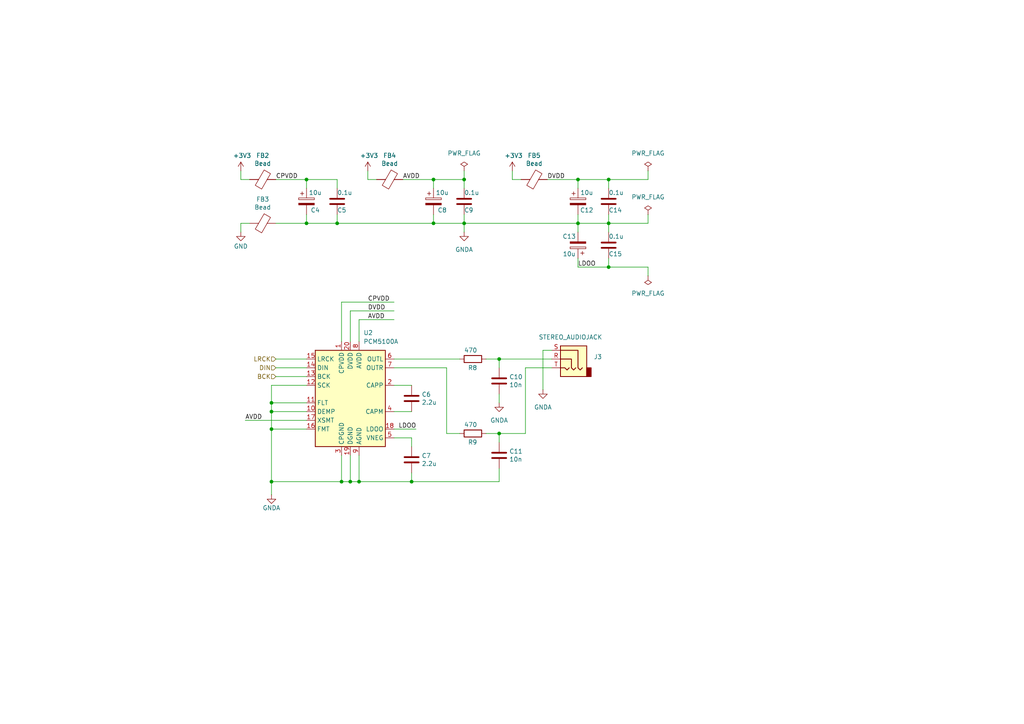
<source format=kicad_sch>
(kicad_sch (version 20250114) (generator "eeschema") (generator_version "9.0")
  (paper "A4")
  (lib_symbols
    (symbol "Audio:PCM5100A"
      (property "Reference" "U" (at -10.16 13.97 0))
      (property "Value" "PCM5100A" (at 3.81 13.97 0))
      (symbol "PCM5100A_0_1"
        (rectangle (start -10.16 12.7) (end 10.16 -15.24) (stroke (width 0.254)) (fill (type background)))
      )
      (symbol "PCM5100A_1_1"
        (pin input line (at -12.7 10.16 0) (length 2.54) (name "LRCK") (number "15"))
        (pin input line (at -12.7 7.62 0) (length 2.54) (name "DIN") (number "14"))
        (pin input line (at -12.7 5.08 0) (length 2.54) (name "BCK") (number "13"))
        (pin input line (at -12.7 2.54 0) (length 2.54) (name "SCK") (number "12"))
        (pin input line (at -12.7 -2.54 0) (length 2.54) (name "FLT") (number "11"))
        (pin input line (at -12.7 -5.08 0) (length 2.54) (name "DEMP") (number "10"))
        (pin input line (at -12.7 -7.62 0) (length 2.54) (name "XSMT") (number "17"))
        (pin input line (at -12.7 -10.16 0) (length 2.54) (name "FMT") (number "16"))
        (pin passive line (at -2.54 15.24 270) (length 2.54) (name "CPVDD") (number "1"))
        (pin power_in line (at -2.54 -17.78 90) (length 2.54) (name "CPGND") (number "3"))
        (pin power_in line (at 0 15.24 270) (length 2.54) (name "DVDD") (number "20"))
        (pin power_in line (at 0 -17.78 90) (length 2.54) (name "DGND") (number "19"))
        (pin power_in line (at 2.54 15.24 270) (length 2.54) (name "AVDD") (number "8"))
        (pin power_in line (at 2.54 -17.78 90) (length 2.54) (name "AGND") (number "9"))
        (pin output line (at 12.7 10.16 180) (length 2.54) (name "OUTL") (number "6"))
        (pin output line (at 12.7 7.62 180) (length 2.54) (name "OUTR") (number "7"))
        (pin passive line (at 12.7 2.54 180) (length 2.54) (name "CAPP") (number "2"))
        (pin passive line (at 12.7 -5.08 180) (length 2.54) (name "CAPM") (number "4"))
        (pin passive line (at 12.7 -10.16 180) (length 2.54) (name "LDOO") (number "18"))
        (pin passive line (at 12.7 -12.7 180) (length 2.54) (name "VNEG") (number "5"))
      )
    )
    (symbol "Connector_Audio:AudioJack3"
      (property "Reference" "J" (at 0 8.89 0))
      (property "Value" "AudioJack3" (at 0 6.35 0))
      (symbol "AudioJack3_0_1"
        (rectangle (start -5.08 -5.08) (end -6.35 -2.54) (stroke (width 0.254)) (fill (type outline)))
        (polyline (pts (xy -1.905 -2.54) (xy -1.27 -3.175) (xy -0.635 -2.54) (xy -0.635 0) (xy 2.54 0)) (stroke (width 0.254)))
        (polyline (pts (xy 0 -2.54) (xy 0.635 -3.175) (xy 1.27 -2.54) (xy 2.54 -2.54)) (stroke (width 0.254)))
        (rectangle (start 2.54 3.81) (end -5.08 -5.08) (stroke (width 0.254)) (fill (type background)))
        (polyline (pts (xy 2.54 2.54) (xy -2.54 2.54) (xy -2.54 -2.54) (xy -3.175 -3.175) (xy -3.81 -2.54)) (stroke (width 0.254)))
      )
      (symbol "AudioJack3_1_1"
        (pin passive line (at 5.08 2.54 180) (length 2.54) (name "~") (number "S"))
        (pin passive line (at 5.08 0 180) (length 2.54) (name "~") (number "R"))
        (pin passive line (at 5.08 -2.54 180) (length 2.54) (name "~") (number "T"))
      )
    )
    (symbol "Device:C" (pin_numbers (hide yes)) (pin_names (offset 0.254))
      (property "Reference" "C" (at 0.635 2.54 0))
      (property "Value" "C" (at 0.635 -2.54 0))
      (symbol "C_0_1"
        (polyline (pts (xy -2.032 0.762) (xy 2.032 0.762)) (stroke (width 0.508)))
        (polyline (pts (xy -2.032 -0.762) (xy 2.032 -0.762)) (stroke (width 0.508)))
      )
      (symbol "C_1_1"
        (pin passive line (at 0 3.81 270) (length 2.794) (name "~") (number "1"))
        (pin passive line (at 0 -3.81 90) (length 2.794) (name "~") (number "2"))
      )
    )
    (symbol "Device:C_Polarized" (pin_numbers (hide yes)) (pin_names (offset 0.254))
      (property "Reference" "C" (at 0.635 2.54 0))
      (property "Value" "C_Polarized" (at 0.635 -2.54 0))
      (symbol "C_Polarized_0_1"
        (rectangle (start -2.286 0.508) (end 2.286 1.016))
        (polyline (pts (xy -1.778 2.286) (xy -0.762 2.286)))
        (polyline (pts (xy -1.27 2.794) (xy -1.27 1.778)))
        (rectangle (start 2.286 -0.508) (end -2.286 -1.016) (fill (type outline)))
      )
      (symbol "C_Polarized_1_1"
        (pin passive line (at 0 3.81 270) (length 2.794) (name "~") (number "1"))
        (pin passive line (at 0 -3.81 90) (length 2.794) (name "~") (number "2"))
      )
    )
    (symbol "Device:FerriteBead" (pin_numbers (hide yes)) (pin_names (offset 0))
      (property "Reference" "FB" (at -3.81 0.635 90))
      (property "Value" "FerriteBead" (at 3.81 0 90))
      (symbol "FerriteBead_0_1"
        (polyline (pts (xy -2.7686 0.4064) (xy -1.7018 2.2606) (xy 2.7686 -0.3048) (xy 1.6764 -2.159) (xy -2.7686 0.4064)))
        (polyline (pts (xy 0 1.27) (xy 0 1.2954)))
        (polyline (pts (xy 0 -1.27) (xy 0 -1.2192)))
      )
      (symbol "FerriteBead_1_1"
        (pin passive line (at 0 3.81 270) (length 2.54) (name "~") (number "1"))
        (pin passive line (at 0 -3.81 90) (length 2.54) (name "~") (number "2"))
      )
    )
    (symbol "Device:R" (pin_numbers (hide yes)) (pin_names (offset 0))
      (property "Reference" "R" (at 2.032 0 90))
      (property "Value" "R" (at 0 0 90))
      (symbol "R_0_1"
        (rectangle (start -1.016 -2.54) (end 1.016 2.54) (stroke (width 0.254)))
      )
      (symbol "R_1_1"
        (pin passive line (at 0 3.81 270) (length 1.27) (name "~") (number "1"))
        (pin passive line (at 0 -3.81 90) (length 1.27) (name "~") (number "2"))
      )
    )
    (symbol "power:+3V3" (power) (pin_numbers (hide yes)) (pin_names (offset 0) (hide yes))
      (property "Value" "+3V3" (at 0 3.556 0))
      (symbol "+3V3_0_1"
        (polyline (pts (xy -0.762 1.27) (xy 0 2.54)))
        (polyline (pts (xy 0 2.54) (xy 0.762 1.27)))
        (polyline (pts (xy 0 0) (xy 0 2.54)))
      )
      (symbol "+3V3_1_1"
        (pin power_in line (at 0 0 90) (length 0) (name "~") (number "1"))
      )
    )
    (symbol "power:GND" (power) (pin_numbers (hide yes)) (pin_names (offset 0) (hide yes))
      (property "Value" "GND" (at 0 -3.81 0))
      (symbol "GND_0_1"
        (polyline (pts (xy 0 0) (xy 0 -1.27) (xy 1.27 -1.27) (xy 0 -2.54) (xy -1.27 -1.27) (xy 0 -1.27)))
      )
      (symbol "GND_1_1"
        (pin power_in line (at 0 0 270) (length 0) (name "~") (number "1"))
      )
    )
    (symbol "power:GNDA" (power) (pin_numbers (hide yes)) (pin_names (offset 0) (hide yes))
      (property "Value" "GNDA" (at 0 -3.81 0))
      (symbol "GNDA_0_1"
        (polyline (pts (xy 0 0) (xy 0 -1.27) (xy 1.27 -1.27) (xy 0 -2.54) (xy -1.27 -1.27) (xy 0 -1.27)))
      )
      (symbol "GNDA_1_1"
        (pin power_in line (at 0 0 270) (length 0) (name "~") (number "1"))
      )
    )
    (symbol "power:PWR_FLAG" (power) (pin_numbers (hide yes)) (pin_names (offset 0) (hide yes))
      (property "Value" "PWR_FLAG" (at 0 3.81 0))
      (symbol "PWR_FLAG_0_0"
        (pin power_out line (at 0 0 90) (length 0) (name "~") (number "1"))
      )
      (symbol "PWR_FLAG_0_1"
        (polyline (pts (xy 0 0) (xy 0 1.27) (xy -1.016 1.905) (xy 0 2.54) (xy 1.016 1.905) (xy 0 1.27)))
      )
    )
  )
  (junction (at 125.73 64.77))
  (junction (at 144.78 104.14))
  (junction (at 99.06 139.7))
  (junction (at 88.9 64.77))
  (junction (at 78.74 119.38))
  (junction (at 78.74 139.7))
  (junction (at 176.53 64.77))
  (junction (at 176.53 52.07))
  (junction (at 88.9 52.07))
  (junction (at 167.64 64.77))
  (junction (at 134.62 64.77))
  (junction (at 134.62 52.07))
  (junction (at 78.74 116.84))
  (junction (at 119.38 139.7))
  (junction (at 104.14 139.7))
  (junction (at 167.64 52.07))
  (junction (at 144.78 125.73))
  (junction (at 97.79 64.77))
  (junction (at 101.6 139.7))
  (junction (at 176.53 77.47))
  (junction (at 78.74 124.46))
  (junction (at 125.73 52.07))
  (wire (pts (xy 144.78 125.73) (xy 152.4 125.73)))
  (wire (pts (xy 99.06 139.7) (xy 101.6 139.7)))
  (wire (pts (xy 167.64 52.07) (xy 176.53 52.07)))
  (wire (pts (xy 167.64 77.47) (xy 176.53 77.47)))
  (wire (pts (xy 157.48 101.6) (xy 157.48 113.03)))
  (wire (pts (xy 176.53 77.47) (xy 176.53 74.93)))
  (wire (pts (xy 99.06 99.06) (xy 99.06 87.63)))
  (wire (pts (xy 151.13 52.07) (xy 148.59 52.07)))
  (wire (pts (xy 187.96 49.53) (xy 187.96 52.07)))
  (wire (pts (xy 176.53 64.77) (xy 176.53 62.23)))
  (wire (pts (xy 69.85 64.77) (xy 69.85 67.31)))
  (wire (pts (xy 114.3 106.68) (xy 129.54 106.68)))
  (wire (pts (xy 144.78 104.14) (xy 160.02 104.14)))
  (wire (pts (xy 134.62 52.07) (xy 134.62 54.61)))
  (wire (pts (xy 78.74 139.7) (xy 99.06 139.7)))
  (wire (pts (xy 88.9 52.07) (xy 97.79 52.07)))
  (wire (pts (xy 72.39 64.77) (xy 69.85 64.77)))
  (wire (pts (xy 114.3 119.38) (xy 119.38 119.38)))
  (wire (pts (xy 78.74 139.7) (xy 78.74 143.51)))
  (wire (pts (xy 101.6 90.17) (xy 101.6 99.06)))
  (wire (pts (xy 114.3 127) (xy 119.38 127)))
  (wire (pts (xy 167.64 64.77) (xy 167.64 67.31)))
  (wire (pts (xy 88.9 119.38) (xy 78.74 119.38)))
  (wire (pts (xy 140.97 104.14) (xy 144.78 104.14)))
  (wire (pts (xy 134.62 64.77) (xy 134.62 67.31)))
  (wire (pts (xy 80.01 52.07) (xy 88.9 52.07)))
  (wire (pts (xy 80.01 64.77) (xy 88.9 64.77)))
  (wire (pts (xy 88.9 111.76) (xy 78.74 111.76)))
  (wire (pts (xy 101.6 139.7) (xy 104.14 139.7)))
  (wire (pts (xy 80.01 106.68) (xy 88.9 106.68)))
  (wire (pts (xy 88.9 54.61) (xy 88.9 52.07)))
  (wire (pts (xy 78.74 111.76) (xy 78.74 116.84)))
  (wire (pts (xy 167.64 64.77) (xy 176.53 64.77)))
  (wire (pts (xy 97.79 64.77) (xy 97.79 62.23)))
  (wire (pts (xy 119.38 139.7) (xy 144.78 139.7)))
  (wire (pts (xy 187.96 62.23) (xy 187.96 64.77)))
  (wire (pts (xy 104.14 132.08) (xy 104.14 139.7)))
  (wire (pts (xy 176.53 52.07) (xy 187.96 52.07)))
  (wire (pts (xy 140.97 125.73) (xy 144.78 125.73)))
  (wire (pts (xy 125.73 62.23) (xy 125.73 64.77)))
  (wire (pts (xy 109.22 52.07) (xy 106.68 52.07)))
  (wire (pts (xy 97.79 52.07) (xy 97.79 54.61)))
  (wire (pts (xy 88.9 64.77) (xy 97.79 64.77)))
  (wire (pts (xy 78.74 119.38) (xy 78.74 124.46)))
  (wire (pts (xy 167.64 62.23) (xy 167.64 64.77)))
  (wire (pts (xy 104.14 99.06) (xy 104.14 92.71)))
  (wire (pts (xy 176.53 77.47) (xy 187.96 77.47)))
  (wire (pts (xy 167.64 54.61) (xy 167.64 52.07)))
  (wire (pts (xy 134.62 64.77) (xy 167.64 64.77)))
  (wire (pts (xy 133.35 125.73) (xy 129.54 125.73)))
  (wire (pts (xy 119.38 137.16) (xy 119.38 139.7)))
  (wire (pts (xy 114.3 104.14) (xy 133.35 104.14)))
  (wire (pts (xy 125.73 52.07) (xy 134.62 52.07)))
  (wire (pts (xy 72.39 52.07) (xy 69.85 52.07)))
  (wire (pts (xy 134.62 49.53) (xy 134.62 52.07)))
  (wire (pts (xy 114.3 124.46) (xy 120.65 124.46)))
  (wire (pts (xy 104.14 92.71) (xy 114.3 92.71)))
  (wire (pts (xy 88.9 121.92) (xy 71.12 121.92)))
  (wire (pts (xy 160.02 101.6) (xy 157.48 101.6)))
  (wire (pts (xy 125.73 64.77) (xy 134.62 64.77)))
  (wire (pts (xy 101.6 132.08) (xy 101.6 139.7)))
  (wire (pts (xy 106.68 49.53) (xy 106.68 52.07)))
  (wire (pts (xy 88.9 62.23) (xy 88.9 64.77)))
  (wire (pts (xy 99.06 132.08) (xy 99.06 139.7)))
  (wire (pts (xy 129.54 125.73) (xy 129.54 106.68)))
  (wire (pts (xy 144.78 106.68) (xy 144.78 104.14)))
  (wire (pts (xy 144.78 114.3) (xy 144.78 116.84)))
  (wire (pts (xy 176.53 52.07) (xy 176.53 54.61)))
  (wire (pts (xy 78.74 124.46) (xy 88.9 124.46)))
  (wire (pts (xy 69.85 49.53) (xy 69.85 52.07)))
  (wire (pts (xy 114.3 111.76) (xy 119.38 111.76)))
  (wire (pts (xy 116.84 52.07) (xy 125.73 52.07)))
  (wire (pts (xy 144.78 128.27) (xy 144.78 125.73)))
  (wire (pts (xy 80.01 104.14) (xy 88.9 104.14)))
  (wire (pts (xy 167.64 74.93) (xy 167.64 77.47)))
  (wire (pts (xy 119.38 127) (xy 119.38 129.54)))
  (wire (pts (xy 99.06 87.63) (xy 114.3 87.63)))
  (wire (pts (xy 80.01 109.22) (xy 88.9 109.22)))
  (wire (pts (xy 78.74 116.84) (xy 78.74 119.38)))
  (wire (pts (xy 152.4 125.73) (xy 152.4 106.68)))
  (wire (pts (xy 187.96 64.77) (xy 176.53 64.77)))
  (wire (pts (xy 148.59 49.53) (xy 148.59 52.07)))
  (wire (pts (xy 125.73 54.61) (xy 125.73 52.07)))
  (wire (pts (xy 88.9 116.84) (xy 78.74 116.84)))
  (wire (pts (xy 152.4 106.68) (xy 160.02 106.68)))
  (wire (pts (xy 176.53 64.77) (xy 176.53 67.31)))
  (wire (pts (xy 187.96 77.47) (xy 187.96 80.01)))
  (wire (pts (xy 101.6 90.17) (xy 114.3 90.17)))
  (wire (pts (xy 144.78 135.89) (xy 144.78 139.7)))
  (wire (pts (xy 158.75 52.07) (xy 167.64 52.07)))
  (wire (pts (xy 104.14 139.7) (xy 119.38 139.7)))
  (wire (pts (xy 78.74 124.46) (xy 78.74 139.7)))
  (wire (pts (xy 134.62 64.77) (xy 134.62 62.23)))
  (wire (pts (xy 97.79 64.77) (xy 125.73 64.77)))
  (label "AVDD" (at 116.84 52.07 0))
  (label "AVDD" (at 71.12 121.92 0))
  (label "DVDD" (at 158.75 52.07 0))
  (label "CPVDD" (at 106.68 87.63 0))
  (label "AVDD" (at 106.68 92.71 0))
  (label "LDOO" (at 115.57 124.46 0))
  (label "DVDD" (at 106.68 90.17 0))
  (label "CPVDD" (at 80.01 52.07 0))
  (label "LDOO" (at 167.64 77.47 0))
  (hierarchical_label "LRCK" (shape input) (at 80.01 104.14 180))
  (hierarchical_label "BCK" (shape input) (at 80.01 109.22 180))
  (hierarchical_label "DIN" (shape input) (at 80.01 106.68 180))
  (symbol (lib_id "power:GNDA") (at 78.74 143.51 0) (unit 1)
    (property "Reference" "#PWR015" (effects (hide yes)))
    (property "Value" "GNDA" (at 78.74 147.32 0))
    (property "Description" "Power symbol creates a global label with name \"GNDA\" , analog ground" (effects (hide yes)))
  )
  (symbol (lib_id "Device:FerriteBead") (at 76.2 64.77 270) (unit 1)
    (property "Reference" "FB3" (at 76.2 57.8104 90))
    (property "Value" "Bead" (at 76.2 60.1218 90))
    (property "Footprint" "Inductor_SMD:L_1206_3216Metric" (effects (hide yes)))
    (property "Description" "Ferrite bead" (effects (hide yes)))
  )
  (symbol (lib_id "Device:C") (at 119.38 115.57 0) (unit 1)
    (property "Reference" "C6" (at 122.301 114.4016 0) (effects (justify left)))
    (property "Value" "2.2u" (at 122.301 116.713 0) (effects (justify left)))
    (property "Footprint" "Capacitor_SMD:C_0805_2012Metric" (effects (hide yes)))
  )
  (symbol (lib_id "Device:C") (at 144.78 110.49 0) (unit 1)
    (property "Reference" "C10" (at 147.701 109.3216 0) (effects (justify left)))
    (property "Value" "10n" (at 147.701 111.633 0) (effects (justify left)))
    (property "Footprint" "Capacitor_SMD:C_0805_2012Metric" (effects (hide yes)))
  )
  (symbol (lib_id "Device:R") (at 137.16 104.14 90) (unit 1)
    (property "Reference" "R8" (at 138.43 106.68 90) (effects (justify left)))
    (property "Value" "470" (at 138.43 101.6 90) (effects (justify left)))
    (property "Footprint" "Resistor_SMD:R_0805_2012Metric" (effects (hide yes)))
  )
  (symbol (lib_id "power:GNDA") (at 134.62 67.31 0) (unit 1)
    (property "Reference" "#PWR017" (effects (hide yes)))
    (property "Value" "GNDA" (at 134.62 72.39 0))
    (property "Description" "Power symbol creates a global label with name \"GNDA\" , analog ground" (effects (hide yes)))
  )
  (symbol (lib_id "Device:C_Polarized") (at 88.9 58.42 0) (unit 1)
    (property "Reference" "C4" (at 91.44 60.96 0))
    (property "Value" "10u" (at 91.44 55.88 0))
    (property "Footprint" "Capacitor_Tantalum_SMD:CP_EIA-3216-18_Kemet-A" (effects (hide yes)))
    (property "Description" "Polarized capacitor" (effects (hide yes)))
  )
  (symbol (lib_id "Device:R") (at 137.16 125.73 90) (unit 1)
    (property "Reference" "R9" (at 138.43 128.27 90) (effects (justify left)))
    (property "Value" "470" (at 138.43 123.19 90) (effects (justify left)))
    (property "Footprint" "Resistor_SMD:R_0805_2012Metric" (effects (hide yes)))
  )
  (symbol (lib_id "Device:C") (at 134.62 58.42 0) (unit 1)
    (property "Reference" "C9" (at 134.62 60.96 0) (effects (justify left)))
    (property "Value" "0.1u" (at 134.62 55.88 0) (effects (justify left)))
    (property "Footprint" "Capacitor_SMD:C_0805_2012Metric" (effects (hide yes)))
  )
  (symbol (lib_id "Connector_Audio:AudioJack3") (at 165.1 104.14 0) (mirror y) (unit 1)
    (property "Reference" "J3" (at 172.212 103.505 0) (effects (justify right)))
    (property "Value" "STEREO_AUDIOJACK" (at 156.21 97.79 0) (effects (justify right)))
    (property "Footprint" "Connector_Audio:Jack_3.5mm_Switronic_ST-005-G_horizontal" (effects (hide yes)))
    (property "Description" "Audio Jack, 3 Poles (Stereo / TRS)" (effects (hide yes)))
  )
  (symbol (lib_id "Device:C") (at 144.78 132.08 0) (unit 1)
    (property "Reference" "C11" (at 147.701 130.9116 0) (effects (justify left)))
    (property "Value" "10n" (at 147.701 133.223 0) (effects (justify left)))
    (property "Footprint" "Capacitor_SMD:C_0805_2012Metric" (effects (hide yes)))
  )
  (symbol (lib_id "Device:C") (at 97.79 58.42 0) (unit 1)
    (property "Reference" "C5" (at 97.79 60.96 0) (effects (justify left)))
    (property "Value" "0.1u" (at 97.79 55.88 0) (effects (justify left)))
    (property "Footprint" "Capacitor_SMD:C_0805_2012Metric" (effects (hide yes)))
  )
  (symbol (lib_id "Device:FerriteBead") (at 76.2 52.07 270) (unit 1)
    (property "Reference" "FB2" (at 76.2 45.1104 90))
    (property "Value" "Bead" (at 76.2 47.4218 90))
    (property "Footprint" "Inductor_SMD:L_1206_3216Metric" (effects (hide yes)))
    (property "Description" "Ferrite bead" (effects (hide yes)))
  )
  (symbol (lib_id "power:GNDA") (at 157.48 113.03 0) (unit 1)
    (property "Reference" "#PWR020" (effects (hide yes)))
    (property "Value" "GNDA" (at 157.48 118.11 0))
    (property "Description" "Power symbol creates a global label with name \"GNDA\" , analog ground" (effects (hide yes)))
  )
  (symbol (lib_id "Device:C_Polarized") (at 167.64 71.12 180) (unit 1)
    (property "Reference" "C13" (at 165.1 68.58 0))
    (property "Value" "10u" (at 165.1 73.66 0))
    (property "Footprint" "Capacitor_Tantalum_SMD:CP_EIA-3216-18_Kemet-A" (effects (hide yes)))
    (property "Description" "Polarized capacitor" (effects (hide yes)))
  )
  (symbol (lib_id "Device:C") (at 176.53 71.12 0) (unit 1)
    (property "Reference" "C15" (at 176.53 73.66 0) (effects (justify left)))
    (property "Value" "0.1u" (at 176.53 68.58 0) (effects (justify left)))
    (property "Footprint" "Capacitor_SMD:C_0805_2012Metric" (effects (hide yes)))
  )
  (symbol (lib_id "power:PWR_FLAG") (at 187.96 62.23 0) (unit 1)
    (property "Reference" "#FLG05" (effects (hide yes)))
    (property "Value" "PWR_FLAG" (at 187.96 57.15 0))
    (property "Description" "Special symbol for telling ERC where power comes from" (effects (hide yes)))
  )
  (symbol (lib_id "Device:FerriteBead") (at 154.94 52.07 270) (unit 1)
    (property "Reference" "FB5" (at 154.94 45.1104 90))
    (property "Value" "Bead" (at 154.94 47.4218 90))
    (property "Footprint" "Inductor_SMD:L_1206_3216Metric" (effects (hide yes)))
    (property "Description" "Ferrite bead" (effects (hide yes)))
  )
  (symbol (lib_id "Device:FerriteBead") (at 113.03 52.07 270) (unit 1)
    (property "Reference" "FB4" (at 113.03 45.1104 90))
    (property "Value" "Bead" (at 113.03 47.4218 90))
    (property "Footprint" "Inductor_SMD:L_1206_3216Metric" (effects (hide yes)))
    (property "Description" "Ferrite bead" (effects (hide yes)))
  )
  (symbol (lib_id "Device:C") (at 119.38 133.35 0) (unit 1)
    (property "Reference" "C7" (at 122.301 132.1816 0) (effects (justify left)))
    (property "Value" "2.2u" (at 122.301 134.493 0) (effects (justify left)))
    (property "Footprint" "Capacitor_SMD:C_0805_2012Metric" (effects (hide yes)))
  )
  (symbol (lib_id "power:PWR_FLAG") (at 134.62 49.53 0) (unit 1)
    (property "Reference" "#FLG03" (effects (hide yes)))
    (property "Value" "PWR_FLAG" (at 134.62 44.45 0))
    (property "Description" "Special symbol for telling ERC where power comes from" (effects (hide yes)))
  )
  (symbol (lib_id "Audio:PCM5100A") (at 101.6 114.3 0) (unit 1)
    (property "Reference" "U2" (at 105.41 96.52 0) (effects (justify left)))
    (property "Value" "PCM5100A" (at 105.41 99.06 0) (effects (justify left)))
    (property "Footprint" "Package_SO:TSSOP-20_4.4x6.5mm_P0.65mm" (effects (hide yes)))
    (property "Datasheet" "https://www.ti.com/lit/ds/symlink/pcm5100a.pdf" (effects (hide yes)))
    (property "Description" "2.1 VRMS, 100dB Audio Stereo DAC with PLL and 32-bit, 384kHz PCM Interface, TSSOP-20" (effects (hide yes)))
  )
  (symbol (lib_id "power:GND") (at 69.85 67.31 0) (unit 1)
    (property "Reference" "#PWR014" (effects (hide yes)))
    (property "Value" "GND" (at 69.85 71.4431 0))
    (property "Description" "Power symbol creates a global label with name \"GND\" , ground" (effects (hide yes)))
  )
  (symbol (lib_id "power:PWR_FLAG") (at 187.96 80.01 180) (unit 1)
    (property "Reference" "#FLG06" (effects (hide yes)))
    (property "Value" "PWR_FLAG" (at 187.96 85.09 0))
    (property "Description" "Special symbol for telling ERC where power comes from" (effects (hide yes)))
  )
  (symbol (lib_id "power:+3V3") (at 106.68 49.53 0) (unit 1)
    (property "Reference" "#PWR016" (effects (hide yes)))
    (property "Value" "+3V3" (at 107.061 45.1358 0))
  )
  (symbol (lib_id "power:PWR_FLAG") (at 187.96 49.53 0) (unit 1)
    (property "Reference" "#FLG04" (effects (hide yes)))
    (property "Value" "PWR_FLAG" (at 187.96 44.45 0))
    (property "Description" "Special symbol for telling ERC where power comes from" (effects (hide yes)))
  )
  (symbol (lib_id "power:+3V3") (at 69.85 49.53 0) (unit 1)
    (property "Reference" "#PWR013" (effects (hide yes)))
    (property "Value" "+3V3" (at 70.231 45.1358 0))
  )
  (symbol (lib_id "Device:C") (at 176.53 58.42 0) (unit 1)
    (property "Reference" "C14" (at 176.53 60.96 0) (effects (justify left)))
    (property "Value" "0.1u" (at 176.53 55.88 0) (effects (justify left)))
    (property "Footprint" "Capacitor_SMD:C_0805_2012Metric" (effects (hide yes)))
  )
  (symbol (lib_id "Device:C_Polarized") (at 125.73 58.42 0) (unit 1)
    (property "Reference" "C8" (at 128.27 60.96 0))
    (property "Value" "10u" (at 128.27 55.88 0))
    (property "Footprint" "Capacitor_Tantalum_SMD:CP_EIA-3216-18_Kemet-A" (effects (hide yes)))
    (property "Description" "Polarized capacitor" (effects (hide yes)))
  )
  (symbol (lib_id "power:GNDA") (at 144.78 116.84 0) (unit 1)
    (property "Reference" "#PWR018" (effects (hide yes)))
    (property "Value" "GNDA" (at 144.78 121.92 0))
    (property "Description" "Power symbol creates a global label with name \"GNDA\" , analog ground" (effects (hide yes)))
  )
  (symbol (lib_id "Device:C_Polarized") (at 167.64 58.42 0) (unit 1)
    (property "Reference" "C12" (at 170.18 60.96 0))
    (property "Value" "10u" (at 170.18 55.88 0))
    (property "Footprint" "Capacitor_Tantalum_SMD:CP_EIA-3216-18_Kemet-A" (effects (hide yes)))
    (property "Description" "Polarized capacitor" (effects (hide yes)))
  )
  (symbol (lib_id "power:+3V3") (at 148.59 49.53 0) (unit 1)
    (property "Reference" "#PWR019" (effects (hide yes)))
    (property "Value" "+3V3" (at 148.971 45.1358 0))
  )
)
</source>
